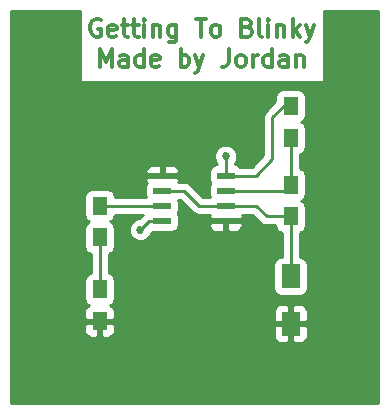
<source format=gbr>
G04 #@! TF.FileFunction,Copper,L1,Top,Signal*
%FSLAX46Y46*%
G04 Gerber Fmt 4.6, Leading zero omitted, Abs format (unit mm)*
G04 Created by KiCad (PCBNEW 4.0.7) date 05/01/18 22:04:37*
%MOMM*%
%LPD*%
G01*
G04 APERTURE LIST*
%ADD10C,0.100000*%
%ADD11C,0.300000*%
%ADD12R,1.600000X2.000000*%
%ADD13R,1.300000X1.500000*%
%ADD14R,1.550000X0.600000*%
%ADD15C,0.685800*%
%ADD16C,0.254000*%
G04 APERTURE END LIST*
D10*
D11*
X158687571Y-78493000D02*
X158544714Y-78421571D01*
X158330428Y-78421571D01*
X158116143Y-78493000D01*
X157973285Y-78635857D01*
X157901857Y-78778714D01*
X157830428Y-79064429D01*
X157830428Y-79278714D01*
X157901857Y-79564429D01*
X157973285Y-79707286D01*
X158116143Y-79850143D01*
X158330428Y-79921571D01*
X158473285Y-79921571D01*
X158687571Y-79850143D01*
X158759000Y-79778714D01*
X158759000Y-79278714D01*
X158473285Y-79278714D01*
X159973285Y-79850143D02*
X159830428Y-79921571D01*
X159544714Y-79921571D01*
X159401857Y-79850143D01*
X159330428Y-79707286D01*
X159330428Y-79135857D01*
X159401857Y-78993000D01*
X159544714Y-78921571D01*
X159830428Y-78921571D01*
X159973285Y-78993000D01*
X160044714Y-79135857D01*
X160044714Y-79278714D01*
X159330428Y-79421571D01*
X160473285Y-78921571D02*
X161044714Y-78921571D01*
X160687571Y-78421571D02*
X160687571Y-79707286D01*
X160758999Y-79850143D01*
X160901857Y-79921571D01*
X161044714Y-79921571D01*
X161330428Y-78921571D02*
X161901857Y-78921571D01*
X161544714Y-78421571D02*
X161544714Y-79707286D01*
X161616142Y-79850143D01*
X161759000Y-79921571D01*
X161901857Y-79921571D01*
X162401857Y-79921571D02*
X162401857Y-78921571D01*
X162401857Y-78421571D02*
X162330428Y-78493000D01*
X162401857Y-78564429D01*
X162473285Y-78493000D01*
X162401857Y-78421571D01*
X162401857Y-78564429D01*
X163116143Y-78921571D02*
X163116143Y-79921571D01*
X163116143Y-79064429D02*
X163187571Y-78993000D01*
X163330429Y-78921571D01*
X163544714Y-78921571D01*
X163687571Y-78993000D01*
X163759000Y-79135857D01*
X163759000Y-79921571D01*
X165116143Y-78921571D02*
X165116143Y-80135857D01*
X165044714Y-80278714D01*
X164973286Y-80350143D01*
X164830429Y-80421571D01*
X164616143Y-80421571D01*
X164473286Y-80350143D01*
X165116143Y-79850143D02*
X164973286Y-79921571D01*
X164687572Y-79921571D01*
X164544714Y-79850143D01*
X164473286Y-79778714D01*
X164401857Y-79635857D01*
X164401857Y-79207286D01*
X164473286Y-79064429D01*
X164544714Y-78993000D01*
X164687572Y-78921571D01*
X164973286Y-78921571D01*
X165116143Y-78993000D01*
X166759000Y-78421571D02*
X167616143Y-78421571D01*
X167187572Y-79921571D02*
X167187572Y-78421571D01*
X168330429Y-79921571D02*
X168187571Y-79850143D01*
X168116143Y-79778714D01*
X168044714Y-79635857D01*
X168044714Y-79207286D01*
X168116143Y-79064429D01*
X168187571Y-78993000D01*
X168330429Y-78921571D01*
X168544714Y-78921571D01*
X168687571Y-78993000D01*
X168759000Y-79064429D01*
X168830429Y-79207286D01*
X168830429Y-79635857D01*
X168759000Y-79778714D01*
X168687571Y-79850143D01*
X168544714Y-79921571D01*
X168330429Y-79921571D01*
X171116143Y-79135857D02*
X171330429Y-79207286D01*
X171401857Y-79278714D01*
X171473286Y-79421571D01*
X171473286Y-79635857D01*
X171401857Y-79778714D01*
X171330429Y-79850143D01*
X171187571Y-79921571D01*
X170616143Y-79921571D01*
X170616143Y-78421571D01*
X171116143Y-78421571D01*
X171259000Y-78493000D01*
X171330429Y-78564429D01*
X171401857Y-78707286D01*
X171401857Y-78850143D01*
X171330429Y-78993000D01*
X171259000Y-79064429D01*
X171116143Y-79135857D01*
X170616143Y-79135857D01*
X172330429Y-79921571D02*
X172187571Y-79850143D01*
X172116143Y-79707286D01*
X172116143Y-78421571D01*
X172901857Y-79921571D02*
X172901857Y-78921571D01*
X172901857Y-78421571D02*
X172830428Y-78493000D01*
X172901857Y-78564429D01*
X172973285Y-78493000D01*
X172901857Y-78421571D01*
X172901857Y-78564429D01*
X173616143Y-78921571D02*
X173616143Y-79921571D01*
X173616143Y-79064429D02*
X173687571Y-78993000D01*
X173830429Y-78921571D01*
X174044714Y-78921571D01*
X174187571Y-78993000D01*
X174259000Y-79135857D01*
X174259000Y-79921571D01*
X174973286Y-79921571D02*
X174973286Y-78421571D01*
X175116143Y-79350143D02*
X175544714Y-79921571D01*
X175544714Y-78921571D02*
X174973286Y-79493000D01*
X176044715Y-78921571D02*
X176401858Y-79921571D01*
X176759000Y-78921571D02*
X176401858Y-79921571D01*
X176259000Y-80278714D01*
X176187572Y-80350143D01*
X176044715Y-80421571D01*
X158616143Y-82471571D02*
X158616143Y-80971571D01*
X159116143Y-82043000D01*
X159616143Y-80971571D01*
X159616143Y-82471571D01*
X160973286Y-82471571D02*
X160973286Y-81685857D01*
X160901857Y-81543000D01*
X160759000Y-81471571D01*
X160473286Y-81471571D01*
X160330429Y-81543000D01*
X160973286Y-82400143D02*
X160830429Y-82471571D01*
X160473286Y-82471571D01*
X160330429Y-82400143D01*
X160259000Y-82257286D01*
X160259000Y-82114429D01*
X160330429Y-81971571D01*
X160473286Y-81900143D01*
X160830429Y-81900143D01*
X160973286Y-81828714D01*
X162330429Y-82471571D02*
X162330429Y-80971571D01*
X162330429Y-82400143D02*
X162187572Y-82471571D01*
X161901858Y-82471571D01*
X161759000Y-82400143D01*
X161687572Y-82328714D01*
X161616143Y-82185857D01*
X161616143Y-81757286D01*
X161687572Y-81614429D01*
X161759000Y-81543000D01*
X161901858Y-81471571D01*
X162187572Y-81471571D01*
X162330429Y-81543000D01*
X163616143Y-82400143D02*
X163473286Y-82471571D01*
X163187572Y-82471571D01*
X163044715Y-82400143D01*
X162973286Y-82257286D01*
X162973286Y-81685857D01*
X163044715Y-81543000D01*
X163187572Y-81471571D01*
X163473286Y-81471571D01*
X163616143Y-81543000D01*
X163687572Y-81685857D01*
X163687572Y-81828714D01*
X162973286Y-81971571D01*
X165473286Y-82471571D02*
X165473286Y-80971571D01*
X165473286Y-81543000D02*
X165616143Y-81471571D01*
X165901857Y-81471571D01*
X166044714Y-81543000D01*
X166116143Y-81614429D01*
X166187572Y-81757286D01*
X166187572Y-82185857D01*
X166116143Y-82328714D01*
X166044714Y-82400143D01*
X165901857Y-82471571D01*
X165616143Y-82471571D01*
X165473286Y-82400143D01*
X166687572Y-81471571D02*
X167044715Y-82471571D01*
X167401857Y-81471571D02*
X167044715Y-82471571D01*
X166901857Y-82828714D01*
X166830429Y-82900143D01*
X166687572Y-82971571D01*
X169544714Y-80971571D02*
X169544714Y-82043000D01*
X169473286Y-82257286D01*
X169330429Y-82400143D01*
X169116143Y-82471571D01*
X168973286Y-82471571D01*
X170473286Y-82471571D02*
X170330428Y-82400143D01*
X170259000Y-82328714D01*
X170187571Y-82185857D01*
X170187571Y-81757286D01*
X170259000Y-81614429D01*
X170330428Y-81543000D01*
X170473286Y-81471571D01*
X170687571Y-81471571D01*
X170830428Y-81543000D01*
X170901857Y-81614429D01*
X170973286Y-81757286D01*
X170973286Y-82185857D01*
X170901857Y-82328714D01*
X170830428Y-82400143D01*
X170687571Y-82471571D01*
X170473286Y-82471571D01*
X171616143Y-82471571D02*
X171616143Y-81471571D01*
X171616143Y-81757286D02*
X171687571Y-81614429D01*
X171759000Y-81543000D01*
X171901857Y-81471571D01*
X172044714Y-81471571D01*
X173187571Y-82471571D02*
X173187571Y-80971571D01*
X173187571Y-82400143D02*
X173044714Y-82471571D01*
X172759000Y-82471571D01*
X172616142Y-82400143D01*
X172544714Y-82328714D01*
X172473285Y-82185857D01*
X172473285Y-81757286D01*
X172544714Y-81614429D01*
X172616142Y-81543000D01*
X172759000Y-81471571D01*
X173044714Y-81471571D01*
X173187571Y-81543000D01*
X174544714Y-82471571D02*
X174544714Y-81685857D01*
X174473285Y-81543000D01*
X174330428Y-81471571D01*
X174044714Y-81471571D01*
X173901857Y-81543000D01*
X174544714Y-82400143D02*
X174401857Y-82471571D01*
X174044714Y-82471571D01*
X173901857Y-82400143D01*
X173830428Y-82257286D01*
X173830428Y-82114429D01*
X173901857Y-81971571D01*
X174044714Y-81900143D01*
X174401857Y-81900143D01*
X174544714Y-81828714D01*
X175259000Y-81471571D02*
X175259000Y-82471571D01*
X175259000Y-81614429D02*
X175330428Y-81543000D01*
X175473286Y-81471571D01*
X175687571Y-81471571D01*
X175830428Y-81543000D01*
X175901857Y-81685857D01*
X175901857Y-82471571D01*
D12*
X174775000Y-100225000D03*
X174775000Y-104225000D03*
D13*
X158600000Y-104025000D03*
X158600000Y-101325000D03*
X174775000Y-85775000D03*
X174775000Y-88475000D03*
X174775000Y-92450000D03*
X174775000Y-95150000D03*
X158600000Y-94225000D03*
X158600000Y-96925000D03*
D14*
X163900000Y-91695000D03*
X163900000Y-92965000D03*
X163900000Y-94235000D03*
X163900000Y-95505000D03*
X169300000Y-95505000D03*
X169300000Y-94235000D03*
X169300000Y-92965000D03*
X169300000Y-91695000D03*
D15*
X166497000Y-100203000D03*
X162052000Y-96266000D03*
X169291000Y-90043000D03*
D16*
X163900000Y-95505000D02*
X162813000Y-95505000D01*
X162813000Y-95505000D02*
X162052000Y-96266000D01*
X169300000Y-91695000D02*
X169300000Y-90052000D01*
X169300000Y-90052000D02*
X169291000Y-90043000D01*
X174194000Y-85775000D02*
X174775000Y-85775000D01*
X173228000Y-86741000D02*
X174194000Y-85775000D01*
X173228000Y-90297000D02*
X173228000Y-86741000D01*
X171830000Y-91695000D02*
X173228000Y-90297000D01*
X169300000Y-91695000D02*
X171830000Y-91695000D01*
X174775000Y-95150000D02*
X172747000Y-95150000D01*
X171832000Y-94235000D02*
X169300000Y-94235000D01*
X172747000Y-95150000D02*
X171832000Y-94235000D01*
X163900000Y-92965000D02*
X165736000Y-92965000D01*
X165736000Y-92965000D02*
X167006000Y-94235000D01*
X167006000Y-94235000D02*
X169300000Y-94235000D01*
X174775000Y-95150000D02*
X174775000Y-100225000D01*
X158600000Y-101325000D02*
X158600000Y-96925000D01*
X174775000Y-88475000D02*
X174775000Y-92450000D01*
X169300000Y-92965000D02*
X174260000Y-92965000D01*
X174260000Y-92965000D02*
X174775000Y-92450000D01*
X158600000Y-94225000D02*
X163890000Y-94225000D01*
X163890000Y-94225000D02*
X163900000Y-94235000D01*
G36*
X156909714Y-83778000D02*
X177608286Y-83778000D01*
X177608286Y-77785000D01*
X182165000Y-77785000D01*
X182165000Y-110915000D01*
X151085000Y-110915000D01*
X151085000Y-104310750D01*
X157315000Y-104310750D01*
X157315000Y-104901309D01*
X157411673Y-105134698D01*
X157590301Y-105313327D01*
X157823690Y-105410000D01*
X158314250Y-105410000D01*
X158473000Y-105251250D01*
X158473000Y-104152000D01*
X158727000Y-104152000D01*
X158727000Y-105251250D01*
X158885750Y-105410000D01*
X159376310Y-105410000D01*
X159609699Y-105313327D01*
X159788327Y-105134698D01*
X159885000Y-104901309D01*
X159885000Y-104510750D01*
X173340000Y-104510750D01*
X173340000Y-105351309D01*
X173436673Y-105584698D01*
X173615301Y-105763327D01*
X173848690Y-105860000D01*
X174489250Y-105860000D01*
X174648000Y-105701250D01*
X174648000Y-104352000D01*
X174902000Y-104352000D01*
X174902000Y-105701250D01*
X175060750Y-105860000D01*
X175701310Y-105860000D01*
X175934699Y-105763327D01*
X176113327Y-105584698D01*
X176210000Y-105351309D01*
X176210000Y-104510750D01*
X176051250Y-104352000D01*
X174902000Y-104352000D01*
X174648000Y-104352000D01*
X173498750Y-104352000D01*
X173340000Y-104510750D01*
X159885000Y-104510750D01*
X159885000Y-104310750D01*
X159726250Y-104152000D01*
X158727000Y-104152000D01*
X158473000Y-104152000D01*
X157473750Y-104152000D01*
X157315000Y-104310750D01*
X151085000Y-104310750D01*
X151085000Y-93475000D01*
X157302560Y-93475000D01*
X157302560Y-94975000D01*
X157346838Y-95210317D01*
X157485910Y-95426441D01*
X157698110Y-95571431D01*
X157711197Y-95574081D01*
X157498559Y-95710910D01*
X157353569Y-95923110D01*
X157302560Y-96175000D01*
X157302560Y-97675000D01*
X157346838Y-97910317D01*
X157485910Y-98126441D01*
X157698110Y-98271431D01*
X157838000Y-98299759D01*
X157838000Y-99948634D01*
X157714683Y-99971838D01*
X157498559Y-100110910D01*
X157353569Y-100323110D01*
X157302560Y-100575000D01*
X157302560Y-102075000D01*
X157346838Y-102310317D01*
X157485910Y-102526441D01*
X157698110Y-102671431D01*
X157731490Y-102678191D01*
X157590301Y-102736673D01*
X157411673Y-102915302D01*
X157315000Y-103148691D01*
X157315000Y-103739250D01*
X157473750Y-103898000D01*
X158473000Y-103898000D01*
X158473000Y-103878000D01*
X158727000Y-103878000D01*
X158727000Y-103898000D01*
X159726250Y-103898000D01*
X159885000Y-103739250D01*
X159885000Y-103148691D01*
X159864290Y-103098691D01*
X173340000Y-103098691D01*
X173340000Y-103939250D01*
X173498750Y-104098000D01*
X174648000Y-104098000D01*
X174648000Y-102748750D01*
X174902000Y-102748750D01*
X174902000Y-104098000D01*
X176051250Y-104098000D01*
X176210000Y-103939250D01*
X176210000Y-103098691D01*
X176113327Y-102865302D01*
X175934699Y-102686673D01*
X175701310Y-102590000D01*
X175060750Y-102590000D01*
X174902000Y-102748750D01*
X174648000Y-102748750D01*
X174489250Y-102590000D01*
X173848690Y-102590000D01*
X173615301Y-102686673D01*
X173436673Y-102865302D01*
X173340000Y-103098691D01*
X159864290Y-103098691D01*
X159788327Y-102915302D01*
X159609699Y-102736673D01*
X159473713Y-102680346D01*
X159485317Y-102678162D01*
X159701441Y-102539090D01*
X159846431Y-102326890D01*
X159897440Y-102075000D01*
X159897440Y-100575000D01*
X159853162Y-100339683D01*
X159714090Y-100123559D01*
X159501890Y-99978569D01*
X159362000Y-99950241D01*
X159362000Y-98301366D01*
X159485317Y-98278162D01*
X159701441Y-98139090D01*
X159846431Y-97926890D01*
X159897440Y-97675000D01*
X159897440Y-96175000D01*
X159853162Y-95939683D01*
X159714090Y-95723559D01*
X159501890Y-95578569D01*
X159488803Y-95575919D01*
X159701441Y-95439090D01*
X159846431Y-95226890D01*
X159895010Y-94987000D01*
X162253369Y-94987000D01*
X161952356Y-95288013D01*
X161858337Y-95287931D01*
X161498788Y-95436493D01*
X161223460Y-95711341D01*
X161074270Y-96070630D01*
X161073931Y-96459663D01*
X161222493Y-96819212D01*
X161497341Y-97094540D01*
X161856630Y-97243730D01*
X162245663Y-97244069D01*
X162605212Y-97095507D01*
X162880540Y-96820659D01*
X163029730Y-96461370D01*
X163029755Y-96433152D01*
X163125000Y-96452440D01*
X164675000Y-96452440D01*
X164910317Y-96408162D01*
X165126441Y-96269090D01*
X165271431Y-96056890D01*
X165322440Y-95805000D01*
X165322440Y-95790750D01*
X167890000Y-95790750D01*
X167890000Y-95931310D01*
X167986673Y-96164699D01*
X168165302Y-96343327D01*
X168398691Y-96440000D01*
X169014250Y-96440000D01*
X169173000Y-96281250D01*
X169173000Y-95632000D01*
X169427000Y-95632000D01*
X169427000Y-96281250D01*
X169585750Y-96440000D01*
X170201309Y-96440000D01*
X170434698Y-96343327D01*
X170613327Y-96164699D01*
X170710000Y-95931310D01*
X170710000Y-95790750D01*
X170551250Y-95632000D01*
X169427000Y-95632000D01*
X169173000Y-95632000D01*
X168048750Y-95632000D01*
X167890000Y-95790750D01*
X165322440Y-95790750D01*
X165322440Y-95205000D01*
X165278162Y-94969683D01*
X165214322Y-94870472D01*
X165271431Y-94786890D01*
X165322440Y-94535000D01*
X165322440Y-93935000D01*
X165283302Y-93727000D01*
X165420370Y-93727000D01*
X166467184Y-94773815D01*
X166593767Y-94858395D01*
X166714395Y-94938996D01*
X167006000Y-94997000D01*
X167923837Y-94997000D01*
X167890000Y-95078690D01*
X167890000Y-95219250D01*
X168048750Y-95378000D01*
X169173000Y-95378000D01*
X169173000Y-95358000D01*
X169427000Y-95358000D01*
X169427000Y-95378000D01*
X170551250Y-95378000D01*
X170710000Y-95219250D01*
X170710000Y-95078690D01*
X170676163Y-94997000D01*
X171516370Y-94997000D01*
X172208184Y-95688815D01*
X172455395Y-95853996D01*
X172747000Y-95912000D01*
X173479818Y-95912000D01*
X173521838Y-96135317D01*
X173660910Y-96351441D01*
X173873110Y-96496431D01*
X174013000Y-96524759D01*
X174013000Y-98577560D01*
X173975000Y-98577560D01*
X173739683Y-98621838D01*
X173523559Y-98760910D01*
X173378569Y-98973110D01*
X173327560Y-99225000D01*
X173327560Y-101225000D01*
X173371838Y-101460317D01*
X173510910Y-101676441D01*
X173723110Y-101821431D01*
X173975000Y-101872440D01*
X175575000Y-101872440D01*
X175810317Y-101828162D01*
X176026441Y-101689090D01*
X176171431Y-101476890D01*
X176222440Y-101225000D01*
X176222440Y-99225000D01*
X176178162Y-98989683D01*
X176039090Y-98773559D01*
X175826890Y-98628569D01*
X175575000Y-98577560D01*
X175537000Y-98577560D01*
X175537000Y-96526366D01*
X175660317Y-96503162D01*
X175876441Y-96364090D01*
X176021431Y-96151890D01*
X176072440Y-95900000D01*
X176072440Y-94400000D01*
X176028162Y-94164683D01*
X175889090Y-93948559D01*
X175676890Y-93803569D01*
X175663803Y-93800919D01*
X175876441Y-93664090D01*
X176021431Y-93451890D01*
X176072440Y-93200000D01*
X176072440Y-91700000D01*
X176028162Y-91464683D01*
X175889090Y-91248559D01*
X175676890Y-91103569D01*
X175537000Y-91075241D01*
X175537000Y-89851366D01*
X175660317Y-89828162D01*
X175876441Y-89689090D01*
X176021431Y-89476890D01*
X176072440Y-89225000D01*
X176072440Y-87725000D01*
X176028162Y-87489683D01*
X175889090Y-87273559D01*
X175676890Y-87128569D01*
X175663803Y-87125919D01*
X175876441Y-86989090D01*
X176021431Y-86776890D01*
X176072440Y-86525000D01*
X176072440Y-85025000D01*
X176028162Y-84789683D01*
X175889090Y-84573559D01*
X175676890Y-84428569D01*
X175425000Y-84377560D01*
X174125000Y-84377560D01*
X173889683Y-84421838D01*
X173673559Y-84560910D01*
X173528569Y-84773110D01*
X173477560Y-85025000D01*
X173477560Y-85413809D01*
X172689185Y-86202185D01*
X172524004Y-86449395D01*
X172466000Y-86741000D01*
X172466000Y-89981369D01*
X171514370Y-90933000D01*
X170523636Y-90933000D01*
X170326890Y-90798569D01*
X170075000Y-90747560D01*
X170062000Y-90747560D01*
X170062000Y-90655099D01*
X170119540Y-90597659D01*
X170268730Y-90238370D01*
X170269069Y-89849337D01*
X170120507Y-89489788D01*
X169845659Y-89214460D01*
X169486370Y-89065270D01*
X169097337Y-89064931D01*
X168737788Y-89213493D01*
X168462460Y-89488341D01*
X168313270Y-89847630D01*
X168312931Y-90236663D01*
X168461493Y-90596212D01*
X168538000Y-90672853D01*
X168538000Y-90747560D01*
X168525000Y-90747560D01*
X168289683Y-90791838D01*
X168073559Y-90930910D01*
X167928569Y-91143110D01*
X167877560Y-91395000D01*
X167877560Y-91995000D01*
X167921838Y-92230317D01*
X167985678Y-92329528D01*
X167928569Y-92413110D01*
X167877560Y-92665000D01*
X167877560Y-93265000D01*
X167916698Y-93473000D01*
X167321631Y-93473000D01*
X166274815Y-92426185D01*
X166167829Y-92354699D01*
X166027605Y-92261004D01*
X165736000Y-92203000D01*
X165276163Y-92203000D01*
X165310000Y-92121310D01*
X165310000Y-91980750D01*
X165151250Y-91822000D01*
X164027000Y-91822000D01*
X164027000Y-91842000D01*
X163773000Y-91842000D01*
X163773000Y-91822000D01*
X162648750Y-91822000D01*
X162490000Y-91980750D01*
X162490000Y-92121310D01*
X162579806Y-92338122D01*
X162528569Y-92413110D01*
X162477560Y-92665000D01*
X162477560Y-93265000D01*
X162514816Y-93463000D01*
X159895182Y-93463000D01*
X159853162Y-93239683D01*
X159714090Y-93023559D01*
X159501890Y-92878569D01*
X159250000Y-92827560D01*
X157950000Y-92827560D01*
X157714683Y-92871838D01*
X157498559Y-93010910D01*
X157353569Y-93223110D01*
X157302560Y-93475000D01*
X151085000Y-93475000D01*
X151085000Y-91268690D01*
X162490000Y-91268690D01*
X162490000Y-91409250D01*
X162648750Y-91568000D01*
X163773000Y-91568000D01*
X163773000Y-90918750D01*
X164027000Y-90918750D01*
X164027000Y-91568000D01*
X165151250Y-91568000D01*
X165310000Y-91409250D01*
X165310000Y-91268690D01*
X165213327Y-91035301D01*
X165034698Y-90856673D01*
X164801309Y-90760000D01*
X164185750Y-90760000D01*
X164027000Y-90918750D01*
X163773000Y-90918750D01*
X163614250Y-90760000D01*
X162998691Y-90760000D01*
X162765302Y-90856673D01*
X162586673Y-91035301D01*
X162490000Y-91268690D01*
X151085000Y-91268690D01*
X151085000Y-77785000D01*
X156909714Y-77785000D01*
X156909714Y-83778000D01*
X156909714Y-83778000D01*
G37*
X156909714Y-83778000D02*
X177608286Y-83778000D01*
X177608286Y-77785000D01*
X182165000Y-77785000D01*
X182165000Y-110915000D01*
X151085000Y-110915000D01*
X151085000Y-104310750D01*
X157315000Y-104310750D01*
X157315000Y-104901309D01*
X157411673Y-105134698D01*
X157590301Y-105313327D01*
X157823690Y-105410000D01*
X158314250Y-105410000D01*
X158473000Y-105251250D01*
X158473000Y-104152000D01*
X158727000Y-104152000D01*
X158727000Y-105251250D01*
X158885750Y-105410000D01*
X159376310Y-105410000D01*
X159609699Y-105313327D01*
X159788327Y-105134698D01*
X159885000Y-104901309D01*
X159885000Y-104510750D01*
X173340000Y-104510750D01*
X173340000Y-105351309D01*
X173436673Y-105584698D01*
X173615301Y-105763327D01*
X173848690Y-105860000D01*
X174489250Y-105860000D01*
X174648000Y-105701250D01*
X174648000Y-104352000D01*
X174902000Y-104352000D01*
X174902000Y-105701250D01*
X175060750Y-105860000D01*
X175701310Y-105860000D01*
X175934699Y-105763327D01*
X176113327Y-105584698D01*
X176210000Y-105351309D01*
X176210000Y-104510750D01*
X176051250Y-104352000D01*
X174902000Y-104352000D01*
X174648000Y-104352000D01*
X173498750Y-104352000D01*
X173340000Y-104510750D01*
X159885000Y-104510750D01*
X159885000Y-104310750D01*
X159726250Y-104152000D01*
X158727000Y-104152000D01*
X158473000Y-104152000D01*
X157473750Y-104152000D01*
X157315000Y-104310750D01*
X151085000Y-104310750D01*
X151085000Y-93475000D01*
X157302560Y-93475000D01*
X157302560Y-94975000D01*
X157346838Y-95210317D01*
X157485910Y-95426441D01*
X157698110Y-95571431D01*
X157711197Y-95574081D01*
X157498559Y-95710910D01*
X157353569Y-95923110D01*
X157302560Y-96175000D01*
X157302560Y-97675000D01*
X157346838Y-97910317D01*
X157485910Y-98126441D01*
X157698110Y-98271431D01*
X157838000Y-98299759D01*
X157838000Y-99948634D01*
X157714683Y-99971838D01*
X157498559Y-100110910D01*
X157353569Y-100323110D01*
X157302560Y-100575000D01*
X157302560Y-102075000D01*
X157346838Y-102310317D01*
X157485910Y-102526441D01*
X157698110Y-102671431D01*
X157731490Y-102678191D01*
X157590301Y-102736673D01*
X157411673Y-102915302D01*
X157315000Y-103148691D01*
X157315000Y-103739250D01*
X157473750Y-103898000D01*
X158473000Y-103898000D01*
X158473000Y-103878000D01*
X158727000Y-103878000D01*
X158727000Y-103898000D01*
X159726250Y-103898000D01*
X159885000Y-103739250D01*
X159885000Y-103148691D01*
X159864290Y-103098691D01*
X173340000Y-103098691D01*
X173340000Y-103939250D01*
X173498750Y-104098000D01*
X174648000Y-104098000D01*
X174648000Y-102748750D01*
X174902000Y-102748750D01*
X174902000Y-104098000D01*
X176051250Y-104098000D01*
X176210000Y-103939250D01*
X176210000Y-103098691D01*
X176113327Y-102865302D01*
X175934699Y-102686673D01*
X175701310Y-102590000D01*
X175060750Y-102590000D01*
X174902000Y-102748750D01*
X174648000Y-102748750D01*
X174489250Y-102590000D01*
X173848690Y-102590000D01*
X173615301Y-102686673D01*
X173436673Y-102865302D01*
X173340000Y-103098691D01*
X159864290Y-103098691D01*
X159788327Y-102915302D01*
X159609699Y-102736673D01*
X159473713Y-102680346D01*
X159485317Y-102678162D01*
X159701441Y-102539090D01*
X159846431Y-102326890D01*
X159897440Y-102075000D01*
X159897440Y-100575000D01*
X159853162Y-100339683D01*
X159714090Y-100123559D01*
X159501890Y-99978569D01*
X159362000Y-99950241D01*
X159362000Y-98301366D01*
X159485317Y-98278162D01*
X159701441Y-98139090D01*
X159846431Y-97926890D01*
X159897440Y-97675000D01*
X159897440Y-96175000D01*
X159853162Y-95939683D01*
X159714090Y-95723559D01*
X159501890Y-95578569D01*
X159488803Y-95575919D01*
X159701441Y-95439090D01*
X159846431Y-95226890D01*
X159895010Y-94987000D01*
X162253369Y-94987000D01*
X161952356Y-95288013D01*
X161858337Y-95287931D01*
X161498788Y-95436493D01*
X161223460Y-95711341D01*
X161074270Y-96070630D01*
X161073931Y-96459663D01*
X161222493Y-96819212D01*
X161497341Y-97094540D01*
X161856630Y-97243730D01*
X162245663Y-97244069D01*
X162605212Y-97095507D01*
X162880540Y-96820659D01*
X163029730Y-96461370D01*
X163029755Y-96433152D01*
X163125000Y-96452440D01*
X164675000Y-96452440D01*
X164910317Y-96408162D01*
X165126441Y-96269090D01*
X165271431Y-96056890D01*
X165322440Y-95805000D01*
X165322440Y-95790750D01*
X167890000Y-95790750D01*
X167890000Y-95931310D01*
X167986673Y-96164699D01*
X168165302Y-96343327D01*
X168398691Y-96440000D01*
X169014250Y-96440000D01*
X169173000Y-96281250D01*
X169173000Y-95632000D01*
X169427000Y-95632000D01*
X169427000Y-96281250D01*
X169585750Y-96440000D01*
X170201309Y-96440000D01*
X170434698Y-96343327D01*
X170613327Y-96164699D01*
X170710000Y-95931310D01*
X170710000Y-95790750D01*
X170551250Y-95632000D01*
X169427000Y-95632000D01*
X169173000Y-95632000D01*
X168048750Y-95632000D01*
X167890000Y-95790750D01*
X165322440Y-95790750D01*
X165322440Y-95205000D01*
X165278162Y-94969683D01*
X165214322Y-94870472D01*
X165271431Y-94786890D01*
X165322440Y-94535000D01*
X165322440Y-93935000D01*
X165283302Y-93727000D01*
X165420370Y-93727000D01*
X166467184Y-94773815D01*
X166593767Y-94858395D01*
X166714395Y-94938996D01*
X167006000Y-94997000D01*
X167923837Y-94997000D01*
X167890000Y-95078690D01*
X167890000Y-95219250D01*
X168048750Y-95378000D01*
X169173000Y-95378000D01*
X169173000Y-95358000D01*
X169427000Y-95358000D01*
X169427000Y-95378000D01*
X170551250Y-95378000D01*
X170710000Y-95219250D01*
X170710000Y-95078690D01*
X170676163Y-94997000D01*
X171516370Y-94997000D01*
X172208184Y-95688815D01*
X172455395Y-95853996D01*
X172747000Y-95912000D01*
X173479818Y-95912000D01*
X173521838Y-96135317D01*
X173660910Y-96351441D01*
X173873110Y-96496431D01*
X174013000Y-96524759D01*
X174013000Y-98577560D01*
X173975000Y-98577560D01*
X173739683Y-98621838D01*
X173523559Y-98760910D01*
X173378569Y-98973110D01*
X173327560Y-99225000D01*
X173327560Y-101225000D01*
X173371838Y-101460317D01*
X173510910Y-101676441D01*
X173723110Y-101821431D01*
X173975000Y-101872440D01*
X175575000Y-101872440D01*
X175810317Y-101828162D01*
X176026441Y-101689090D01*
X176171431Y-101476890D01*
X176222440Y-101225000D01*
X176222440Y-99225000D01*
X176178162Y-98989683D01*
X176039090Y-98773559D01*
X175826890Y-98628569D01*
X175575000Y-98577560D01*
X175537000Y-98577560D01*
X175537000Y-96526366D01*
X175660317Y-96503162D01*
X175876441Y-96364090D01*
X176021431Y-96151890D01*
X176072440Y-95900000D01*
X176072440Y-94400000D01*
X176028162Y-94164683D01*
X175889090Y-93948559D01*
X175676890Y-93803569D01*
X175663803Y-93800919D01*
X175876441Y-93664090D01*
X176021431Y-93451890D01*
X176072440Y-93200000D01*
X176072440Y-91700000D01*
X176028162Y-91464683D01*
X175889090Y-91248559D01*
X175676890Y-91103569D01*
X175537000Y-91075241D01*
X175537000Y-89851366D01*
X175660317Y-89828162D01*
X175876441Y-89689090D01*
X176021431Y-89476890D01*
X176072440Y-89225000D01*
X176072440Y-87725000D01*
X176028162Y-87489683D01*
X175889090Y-87273559D01*
X175676890Y-87128569D01*
X175663803Y-87125919D01*
X175876441Y-86989090D01*
X176021431Y-86776890D01*
X176072440Y-86525000D01*
X176072440Y-85025000D01*
X176028162Y-84789683D01*
X175889090Y-84573559D01*
X175676890Y-84428569D01*
X175425000Y-84377560D01*
X174125000Y-84377560D01*
X173889683Y-84421838D01*
X173673559Y-84560910D01*
X173528569Y-84773110D01*
X173477560Y-85025000D01*
X173477560Y-85413809D01*
X172689185Y-86202185D01*
X172524004Y-86449395D01*
X172466000Y-86741000D01*
X172466000Y-89981369D01*
X171514370Y-90933000D01*
X170523636Y-90933000D01*
X170326890Y-90798569D01*
X170075000Y-90747560D01*
X170062000Y-90747560D01*
X170062000Y-90655099D01*
X170119540Y-90597659D01*
X170268730Y-90238370D01*
X170269069Y-89849337D01*
X170120507Y-89489788D01*
X169845659Y-89214460D01*
X169486370Y-89065270D01*
X169097337Y-89064931D01*
X168737788Y-89213493D01*
X168462460Y-89488341D01*
X168313270Y-89847630D01*
X168312931Y-90236663D01*
X168461493Y-90596212D01*
X168538000Y-90672853D01*
X168538000Y-90747560D01*
X168525000Y-90747560D01*
X168289683Y-90791838D01*
X168073559Y-90930910D01*
X167928569Y-91143110D01*
X167877560Y-91395000D01*
X167877560Y-91995000D01*
X167921838Y-92230317D01*
X167985678Y-92329528D01*
X167928569Y-92413110D01*
X167877560Y-92665000D01*
X167877560Y-93265000D01*
X167916698Y-93473000D01*
X167321631Y-93473000D01*
X166274815Y-92426185D01*
X166167829Y-92354699D01*
X166027605Y-92261004D01*
X165736000Y-92203000D01*
X165276163Y-92203000D01*
X165310000Y-92121310D01*
X165310000Y-91980750D01*
X165151250Y-91822000D01*
X164027000Y-91822000D01*
X164027000Y-91842000D01*
X163773000Y-91842000D01*
X163773000Y-91822000D01*
X162648750Y-91822000D01*
X162490000Y-91980750D01*
X162490000Y-92121310D01*
X162579806Y-92338122D01*
X162528569Y-92413110D01*
X162477560Y-92665000D01*
X162477560Y-93265000D01*
X162514816Y-93463000D01*
X159895182Y-93463000D01*
X159853162Y-93239683D01*
X159714090Y-93023559D01*
X159501890Y-92878569D01*
X159250000Y-92827560D01*
X157950000Y-92827560D01*
X157714683Y-92871838D01*
X157498559Y-93010910D01*
X157353569Y-93223110D01*
X157302560Y-93475000D01*
X151085000Y-93475000D01*
X151085000Y-91268690D01*
X162490000Y-91268690D01*
X162490000Y-91409250D01*
X162648750Y-91568000D01*
X163773000Y-91568000D01*
X163773000Y-90918750D01*
X164027000Y-90918750D01*
X164027000Y-91568000D01*
X165151250Y-91568000D01*
X165310000Y-91409250D01*
X165310000Y-91268690D01*
X165213327Y-91035301D01*
X165034698Y-90856673D01*
X164801309Y-90760000D01*
X164185750Y-90760000D01*
X164027000Y-90918750D01*
X163773000Y-90918750D01*
X163614250Y-90760000D01*
X162998691Y-90760000D01*
X162765302Y-90856673D01*
X162586673Y-91035301D01*
X162490000Y-91268690D01*
X151085000Y-91268690D01*
X151085000Y-77785000D01*
X156909714Y-77785000D01*
X156909714Y-83778000D01*
M02*

</source>
